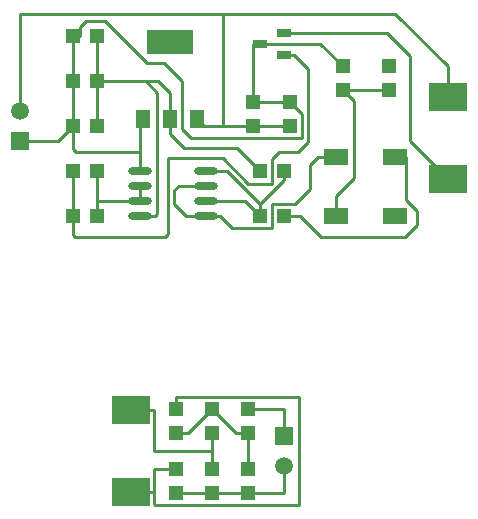
<source format=gtl>
%FSAX25Y25*%
%MOIN*%
G70*
G01*
G75*
G04 Layer_Physical_Order=1*
G04 Layer_Color=255*
%ADD10R,0.05000X0.05000*%
%ADD11R,0.12992X0.09449*%
%ADD12R,0.05000X0.05000*%
%ADD13R,0.04724X0.06299*%
%ADD14R,0.15748X0.07874*%
%ADD15R,0.07874X0.05512*%
%ADD16O,0.08000X0.02400*%
%ADD17R,0.04724X0.02756*%
%ADD18C,0.01000*%
%ADD19R,0.05906X0.05906*%
%ADD20C,0.05906*%
D10*
X0093400Y0032700D02*
D03*
Y0040700D02*
D03*
X0081400Y0032700D02*
D03*
Y0040700D02*
D03*
X0069400D02*
D03*
Y0032700D02*
D03*
X0093400Y0012700D02*
D03*
Y0020700D02*
D03*
X0081400Y0012700D02*
D03*
Y0020700D02*
D03*
X0069400Y0012700D02*
D03*
Y0020700D02*
D03*
X0107500Y0135000D02*
D03*
Y0143000D02*
D03*
X0095000Y0135000D02*
D03*
Y0143000D02*
D03*
X0125000Y0147000D02*
D03*
Y0155000D02*
D03*
X0140500Y0147000D02*
D03*
Y0155000D02*
D03*
D11*
X0054400Y0040381D02*
D03*
Y0013019D02*
D03*
X0160000Y0117500D02*
D03*
Y0144862D02*
D03*
D12*
X0043000Y0120000D02*
D03*
X0035000D02*
D03*
Y0165000D02*
D03*
X0043000D02*
D03*
Y0150000D02*
D03*
X0035000D02*
D03*
X0043000Y0135000D02*
D03*
X0035000D02*
D03*
Y0105000D02*
D03*
X0043000D02*
D03*
X0097500D02*
D03*
X0105500D02*
D03*
X0097500Y0120000D02*
D03*
X0105500D02*
D03*
D13*
X0076555Y0137500D02*
D03*
X0067500D02*
D03*
X0058445D02*
D03*
D14*
X0067500Y0163000D02*
D03*
D15*
X0142500Y0105000D02*
D03*
Y0124685D02*
D03*
X0122815D02*
D03*
Y0105000D02*
D03*
D16*
X0057500D02*
D03*
Y0110000D02*
D03*
Y0115000D02*
D03*
Y0120000D02*
D03*
X0079500D02*
D03*
Y0115000D02*
D03*
Y0110000D02*
D03*
Y0105000D02*
D03*
D17*
X0105437Y0166101D02*
D03*
X0097500Y0162500D02*
D03*
X0105437Y0158699D02*
D03*
D18*
X0054400Y0040381D02*
X0062100D01*
Y0026619D02*
Y0040381D01*
Y0026619D02*
X0081400D01*
Y0032700D01*
Y0020700D02*
Y0026619D01*
X0067400Y0020700D02*
X0068400Y0019700D01*
X0062081Y0020700D02*
X0067400D01*
X0062081Y0013019D02*
Y0020700D01*
Y0009019D02*
Y0013019D01*
Y0009019D02*
X0062400Y0008700D01*
X0110400D01*
Y0044700D01*
X0069400D02*
X0110400D01*
X0069400Y0040700D02*
Y0044700D01*
X0054400Y0013019D02*
X0062081D01*
X0068400Y0019700D02*
X0069400Y0020700D01*
X0093400D02*
Y0032700D01*
X0089400D02*
X0093400D01*
X0081400Y0040700D02*
X0089400Y0032700D01*
X0073400D02*
X0081400Y0040700D01*
X0069400Y0032700D02*
X0073400D01*
X0081400Y0012700D02*
X0093400D01*
X0069400D02*
X0081400D01*
X0093400D02*
X0105400D01*
Y0021700D01*
Y0031700D02*
Y0040700D01*
X0093400D02*
X0105400D01*
X0035000Y0098900D02*
Y0105000D01*
Y0098900D02*
X0035900Y0098000D01*
X0065800D01*
X0066900Y0099100D01*
X0085000Y0135000D02*
X0095000D01*
X0079055D02*
X0085000D01*
Y0172500D01*
X0095000Y0143000D02*
Y0162500D01*
X0037500Y0165000D02*
Y0168000D01*
X0057500Y0126100D02*
Y0137400D01*
X0057600Y0137500D01*
X0058445D01*
X0059300Y0150000D02*
X0063200Y0146100D01*
Y0105700D02*
Y0146100D01*
X0062500Y0105000D02*
X0063200Y0105700D01*
X0057500Y0120000D02*
Y0126100D01*
X0057300Y0126300D02*
X0057500Y0126100D01*
X0036200Y0126300D02*
X0057300D01*
X0085000Y0124400D02*
X0093500Y0115900D01*
X0066900Y0124400D02*
X0085000D01*
X0066900Y0099100D02*
Y0124400D01*
X0070300Y0115000D02*
X0079500D01*
X0068900Y0113600D02*
X0070300Y0115000D01*
X0068900Y0109000D02*
Y0113600D01*
Y0109000D02*
X0072900Y0105000D01*
X0043000Y0110000D02*
Y0120000D01*
Y0105000D02*
Y0110000D01*
X0057500D01*
X0035000Y0127500D02*
X0036200Y0126300D01*
X0035000Y0127500D02*
Y0135000D01*
X0125000Y0147000D02*
X0140500D01*
X0085000Y0172500D02*
X0142500D01*
X0017500D02*
X0085000D01*
X0142500D02*
X0160000Y0155000D01*
X0017500Y0140000D02*
Y0172500D01*
X0030000Y0130000D02*
X0035000Y0135000D01*
X0017500Y0130000D02*
X0030000D01*
X0035000Y0135000D02*
Y0150000D01*
X0147500Y0130000D02*
X0160000Y0117500D01*
X0147500Y0130000D02*
Y0158500D01*
X0139899Y0166101D02*
X0147500Y0158500D01*
X0160000Y0144862D02*
Y0155000D01*
X0059300Y0150000D02*
X0063500D01*
X0043000D02*
X0059300D01*
X0146100Y0110400D02*
Y0124685D01*
X0076555Y0137500D02*
X0079055Y0135000D01*
X0095000Y0162500D02*
X0097500D01*
X0035000Y0165000D02*
X0037500D01*
Y0168000D02*
X0039500Y0170000D01*
X0045700D01*
X0059600Y0156100D01*
X0065300D01*
X0071400Y0150000D01*
Y0134000D02*
Y0150000D01*
Y0134000D02*
X0074400Y0131000D01*
X0111500D01*
Y0139000D01*
X0107500Y0143000D02*
X0111500Y0139000D01*
X0122815Y0105000D02*
Y0111815D01*
X0128700Y0117700D01*
Y0143300D01*
X0125000Y0147000D02*
X0128700Y0143300D01*
X0079500Y0110000D02*
X0092500D01*
X0097500Y0105000D01*
X0079500Y0120000D02*
X0086500D01*
X0097500Y0109000D01*
Y0105000D02*
Y0109000D01*
X0093500Y0115900D02*
X0101500D01*
Y0124000D01*
X0103800Y0126300D01*
X0110000D01*
X0113500Y0129800D01*
Y0154000D01*
X0108801Y0158699D02*
X0113500Y0154000D01*
X0105437Y0158699D02*
X0108801D01*
X0072900Y0105000D02*
X0079500D01*
X0105500Y0117000D02*
Y0120000D01*
X0097500Y0109000D02*
X0105500Y0117000D01*
X0079500Y0105000D02*
X0084100D01*
X0088100Y0101000D01*
X0101500D01*
Y0109000D01*
X0109200D01*
X0114200Y0114000D01*
Y0122000D01*
X0116885Y0124685D01*
X0122815D01*
X0105437Y0166101D02*
X0139899D01*
X0105500Y0105000D02*
X0110800D01*
X0117800Y0098000D01*
X0145600D01*
X0149600Y0102000D01*
Y0106900D01*
X0146100Y0110400D02*
X0149600Y0106900D01*
X0142500Y0124685D02*
X0146100D01*
X0057500Y0105000D02*
X0062500D01*
X0097500Y0162500D02*
X0117500D01*
X0125000Y0155000D01*
X0063500Y0150000D02*
X0067500Y0146000D01*
Y0137500D02*
Y0146000D01*
Y0132300D02*
Y0137500D01*
Y0132300D02*
X0072000Y0127800D01*
X0089700D01*
X0097500Y0120000D01*
X0043000Y0150000D02*
Y0165000D01*
Y0135000D02*
Y0150000D01*
X0095000Y0135000D02*
X0107500D01*
X0095000Y0143000D02*
X0107500D01*
X0035000Y0150000D02*
Y0165000D01*
X0057500Y0110000D02*
Y0115000D01*
X0035000Y0105000D02*
Y0120000D01*
D19*
X0105400Y0031700D02*
D03*
X0017500Y0130000D02*
D03*
D20*
X0105400Y0021700D02*
D03*
X0017500Y0140000D02*
D03*
M02*

</source>
